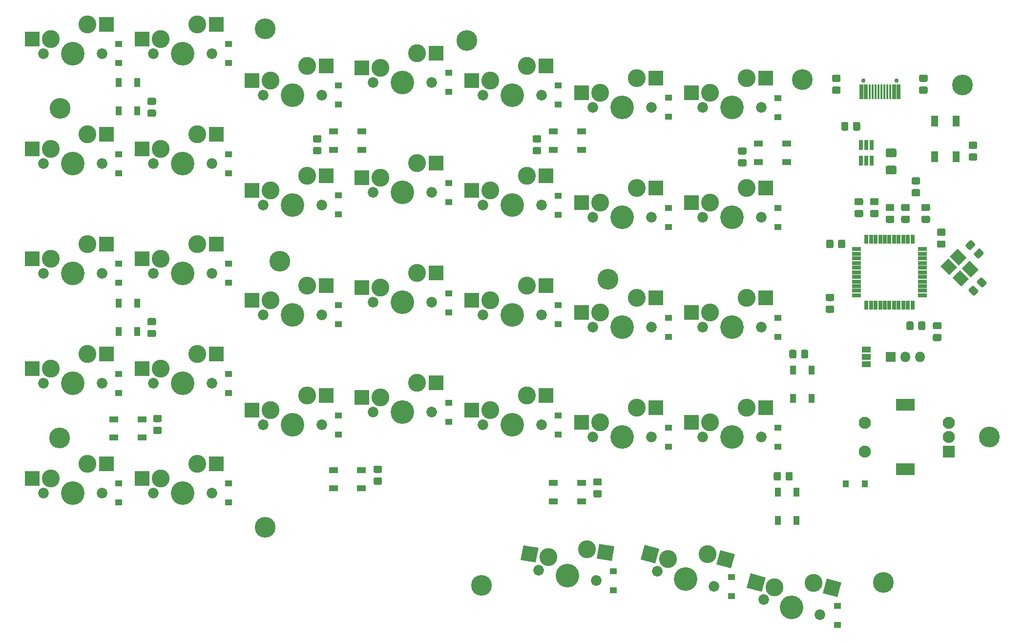
<source format=gbs>
G04 #@! TF.GenerationSoftware,KiCad,Pcbnew,(5.1.6)-1*
G04 #@! TF.CreationDate,2020-08-03T21:44:11+03:00*
G04 #@! TF.ProjectId,ergo33,6572676f-3333-42e6-9b69-6361645f7063,rev?*
G04 #@! TF.SameCoordinates,Original*
G04 #@! TF.FileFunction,Soldermask,Bot*
G04 #@! TF.FilePolarity,Negative*
%FSLAX46Y46*%
G04 Gerber Fmt 4.6, Leading zero omitted, Abs format (unit mm)*
G04 Created by KiCad (PCBNEW (5.1.6)-1) date 2020-08-03 21:44:11*
%MOMM*%
%LPD*%
G01*
G04 APERTURE LIST*
%ADD10R,1.600000X1.100000*%
%ADD11C,3.600000*%
%ADD12C,0.100000*%
%ADD13R,0.750000X1.660000*%
%ADD14R,0.700000X2.550000*%
%ADD15R,0.400000X2.550000*%
%ADD16C,0.750000*%
%ADD17C,3.100000*%
%ADD18C,4.087800*%
%ADD19C,1.850000*%
%ADD20R,2.650000X2.600000*%
%ADD21C,2.100000*%
%ADD22R,3.300000X2.100000*%
%ADD23R,2.100000X2.100000*%
%ADD24R,0.650000X1.600000*%
%ADD25R,1.600000X0.650000*%
%ADD26R,1.200000X1.900000*%
%ADD27R,1.100000X1.600000*%
%ADD28R,1.800000X1.800000*%
%ADD29O,1.800000X1.800000*%
%ADD30R,1.000000X1.300000*%
%ADD31R,1.300000X1.000000*%
G04 APERTURE END LIST*
G36*
G01*
X183678262Y-76100000D02*
X182721738Y-76100000D01*
G75*
G02*
X182450000Y-75828262I0J271738D01*
G01*
X182450000Y-75121738D01*
G75*
G02*
X182721738Y-74850000I271738J0D01*
G01*
X183678262Y-74850000D01*
G75*
G02*
X183950000Y-75121738I0J-271738D01*
G01*
X183950000Y-75828262D01*
G75*
G02*
X183678262Y-76100000I-271738J0D01*
G01*
G37*
G36*
G01*
X183678262Y-78150000D02*
X182721738Y-78150000D01*
G75*
G02*
X182450000Y-77878262I0J271738D01*
G01*
X182450000Y-77171738D01*
G75*
G02*
X182721738Y-76900000I271738J0D01*
G01*
X183678262Y-76900000D01*
G75*
G02*
X183950000Y-77171738I0J-271738D01*
G01*
X183950000Y-77878262D01*
G75*
G02*
X183678262Y-78150000I-271738J0D01*
G01*
G37*
G36*
G01*
X179978262Y-51000000D02*
X179021738Y-51000000D01*
G75*
G02*
X178750000Y-50728262I0J271738D01*
G01*
X178750000Y-50021738D01*
G75*
G02*
X179021738Y-49750000I271738J0D01*
G01*
X179978262Y-49750000D01*
G75*
G02*
X180250000Y-50021738I0J-271738D01*
G01*
X180250000Y-50728262D01*
G75*
G02*
X179978262Y-51000000I-271738J0D01*
G01*
G37*
G36*
G01*
X179978262Y-53050000D02*
X179021738Y-53050000D01*
G75*
G02*
X178750000Y-52778262I0J271738D01*
G01*
X178750000Y-52071738D01*
G75*
G02*
X179021738Y-51800000I271738J0D01*
G01*
X179978262Y-51800000D01*
G75*
G02*
X180250000Y-52071738I0J-271738D01*
G01*
X180250000Y-52778262D01*
G75*
G02*
X179978262Y-53050000I-271738J0D01*
G01*
G37*
D10*
X170900000Y-79600000D03*
X170900000Y-80900000D03*
X170900000Y-82200000D03*
D11*
X159800000Y-32800000D03*
X126100000Y-67400000D03*
X101600000Y-26000000D03*
X66700000Y-24000000D03*
X69200000Y-64300000D03*
X31100000Y-37800000D03*
X31050000Y-94950000D03*
X66700000Y-110400000D03*
X104200000Y-120500000D03*
X173900000Y-120000000D03*
X192250000Y-94790000D03*
X187600000Y-33700000D03*
D12*
G36*
X188709431Y-67364314D02*
G01*
X187365928Y-68707817D01*
X185810293Y-67152182D01*
X187153796Y-65808679D01*
X188709431Y-67364314D01*
G37*
G36*
X186658821Y-65313704D02*
G01*
X185315318Y-66657207D01*
X183759683Y-65101572D01*
X185103186Y-63758069D01*
X186658821Y-65313704D01*
G37*
G36*
X188285167Y-63687358D02*
G01*
X186941664Y-65030861D01*
X185386029Y-63475226D01*
X186729532Y-62131723D01*
X188285167Y-63687358D01*
G37*
G36*
X190335777Y-65737968D02*
G01*
X188992274Y-67081471D01*
X187436639Y-65525836D01*
X188780142Y-64182333D01*
X190335777Y-65737968D01*
G37*
G36*
G01*
X174542544Y-47725000D02*
X175857456Y-47725000D01*
G75*
G02*
X176125000Y-47992544I0J-267544D01*
G01*
X176125000Y-48982456D01*
G75*
G02*
X175857456Y-49250000I-267544J0D01*
G01*
X174542544Y-49250000D01*
G75*
G02*
X174275000Y-48982456I0J267544D01*
G01*
X174275000Y-47992544D01*
G75*
G02*
X174542544Y-47725000I267544J0D01*
G01*
G37*
G36*
G01*
X174542544Y-44750000D02*
X175857456Y-44750000D01*
G75*
G02*
X176125000Y-45017544I0J-267544D01*
G01*
X176125000Y-46007456D01*
G75*
G02*
X175857456Y-46275000I-267544J0D01*
G01*
X174542544Y-46275000D01*
G75*
G02*
X174275000Y-46007456I0J267544D01*
G01*
X174275000Y-45017544D01*
G75*
G02*
X174542544Y-44750000I267544J0D01*
G01*
G37*
G36*
G01*
X181278262Y-33200000D02*
X180321738Y-33200000D01*
G75*
G02*
X180050000Y-32928262I0J271738D01*
G01*
X180050000Y-32221738D01*
G75*
G02*
X180321738Y-31950000I271738J0D01*
G01*
X181278262Y-31950000D01*
G75*
G02*
X181550000Y-32221738I0J-271738D01*
G01*
X181550000Y-32928262D01*
G75*
G02*
X181278262Y-33200000I-271738J0D01*
G01*
G37*
G36*
G01*
X181278262Y-35250000D02*
X180321738Y-35250000D01*
G75*
G02*
X180050000Y-34978262I0J271738D01*
G01*
X180050000Y-34271738D01*
G75*
G02*
X180321738Y-34000000I271738J0D01*
G01*
X181278262Y-34000000D01*
G75*
G02*
X181550000Y-34271738I0J-271738D01*
G01*
X181550000Y-34978262D01*
G75*
G02*
X181278262Y-35250000I-271738J0D01*
G01*
G37*
G36*
G01*
X166178262Y-33200000D02*
X165221738Y-33200000D01*
G75*
G02*
X164950000Y-32928262I0J271738D01*
G01*
X164950000Y-32221738D01*
G75*
G02*
X165221738Y-31950000I271738J0D01*
G01*
X166178262Y-31950000D01*
G75*
G02*
X166450000Y-32221738I0J-271738D01*
G01*
X166450000Y-32928262D01*
G75*
G02*
X166178262Y-33200000I-271738J0D01*
G01*
G37*
G36*
G01*
X166178262Y-35250000D02*
X165221738Y-35250000D01*
G75*
G02*
X164950000Y-34978262I0J271738D01*
G01*
X164950000Y-34271738D01*
G75*
G02*
X165221738Y-34000000I271738J0D01*
G01*
X166178262Y-34000000D01*
G75*
G02*
X166450000Y-34271738I0J-271738D01*
G01*
X166450000Y-34978262D01*
G75*
G02*
X166178262Y-35250000I-271738J0D01*
G01*
G37*
G36*
G01*
X164121738Y-72000000D02*
X165078262Y-72000000D01*
G75*
G02*
X165350000Y-72271738I0J-271738D01*
G01*
X165350000Y-72978262D01*
G75*
G02*
X165078262Y-73250000I-271738J0D01*
G01*
X164121738Y-73250000D01*
G75*
G02*
X163850000Y-72978262I0J271738D01*
G01*
X163850000Y-72271738D01*
G75*
G02*
X164121738Y-72000000I271738J0D01*
G01*
G37*
G36*
G01*
X164121738Y-69950000D02*
X165078262Y-69950000D01*
G75*
G02*
X165350000Y-70221738I0J-271738D01*
G01*
X165350000Y-70928262D01*
G75*
G02*
X165078262Y-71200000I-271738J0D01*
G01*
X164121738Y-71200000D01*
G75*
G02*
X163850000Y-70928262I0J271738D01*
G01*
X163850000Y-70221738D01*
G75*
G02*
X164121738Y-69950000I271738J0D01*
G01*
G37*
G36*
G01*
X172778262Y-54600000D02*
X171821738Y-54600000D01*
G75*
G02*
X171550000Y-54328262I0J271738D01*
G01*
X171550000Y-53621738D01*
G75*
G02*
X171821738Y-53350000I271738J0D01*
G01*
X172778262Y-53350000D01*
G75*
G02*
X173050000Y-53621738I0J-271738D01*
G01*
X173050000Y-54328262D01*
G75*
G02*
X172778262Y-54600000I-271738J0D01*
G01*
G37*
G36*
G01*
X172778262Y-56650000D02*
X171821738Y-56650000D01*
G75*
G02*
X171550000Y-56378262I0J271738D01*
G01*
X171550000Y-55671738D01*
G75*
G02*
X171821738Y-55400000I271738J0D01*
G01*
X172778262Y-55400000D01*
G75*
G02*
X173050000Y-55671738I0J-271738D01*
G01*
X173050000Y-56378262D01*
G75*
G02*
X172778262Y-56650000I-271738J0D01*
G01*
G37*
G36*
G01*
X170078262Y-54600000D02*
X169121738Y-54600000D01*
G75*
G02*
X168850000Y-54328262I0J271738D01*
G01*
X168850000Y-53621738D01*
G75*
G02*
X169121738Y-53350000I271738J0D01*
G01*
X170078262Y-53350000D01*
G75*
G02*
X170350000Y-53621738I0J-271738D01*
G01*
X170350000Y-54328262D01*
G75*
G02*
X170078262Y-54600000I-271738J0D01*
G01*
G37*
G36*
G01*
X170078262Y-56650000D02*
X169121738Y-56650000D01*
G75*
G02*
X168850000Y-56378262I0J271738D01*
G01*
X168850000Y-55671738D01*
G75*
G02*
X169121738Y-55400000I271738J0D01*
G01*
X170078262Y-55400000D01*
G75*
G02*
X170350000Y-55671738I0J-271738D01*
G01*
X170350000Y-56378262D01*
G75*
G02*
X170078262Y-56650000I-271738J0D01*
G01*
G37*
G36*
G01*
X181678262Y-55600000D02*
X180721738Y-55600000D01*
G75*
G02*
X180450000Y-55328262I0J271738D01*
G01*
X180450000Y-54621738D01*
G75*
G02*
X180721738Y-54350000I271738J0D01*
G01*
X181678262Y-54350000D01*
G75*
G02*
X181950000Y-54621738I0J-271738D01*
G01*
X181950000Y-55328262D01*
G75*
G02*
X181678262Y-55600000I-271738J0D01*
G01*
G37*
G36*
G01*
X181678262Y-57650000D02*
X180721738Y-57650000D01*
G75*
G02*
X180450000Y-57378262I0J271738D01*
G01*
X180450000Y-56671738D01*
G75*
G02*
X180721738Y-56400000I271738J0D01*
G01*
X181678262Y-56400000D01*
G75*
G02*
X181950000Y-56671738I0J-271738D01*
G01*
X181950000Y-57378262D01*
G75*
G02*
X181678262Y-57650000I-271738J0D01*
G01*
G37*
G36*
G01*
X148921738Y-46600000D02*
X149878262Y-46600000D01*
G75*
G02*
X150150000Y-46871738I0J-271738D01*
G01*
X150150000Y-47578262D01*
G75*
G02*
X149878262Y-47850000I-271738J0D01*
G01*
X148921738Y-47850000D01*
G75*
G02*
X148650000Y-47578262I0J271738D01*
G01*
X148650000Y-46871738D01*
G75*
G02*
X148921738Y-46600000I271738J0D01*
G01*
G37*
G36*
G01*
X148921738Y-44550000D02*
X149878262Y-44550000D01*
G75*
G02*
X150150000Y-44821738I0J-271738D01*
G01*
X150150000Y-45528262D01*
G75*
G02*
X149878262Y-45800000I-271738J0D01*
G01*
X148921738Y-45800000D01*
G75*
G02*
X148650000Y-45528262I0J271738D01*
G01*
X148650000Y-44821738D01*
G75*
G02*
X148921738Y-44550000I271738J0D01*
G01*
G37*
G36*
G01*
X168600000Y-41378262D02*
X168600000Y-40421738D01*
G75*
G02*
X168871738Y-40150000I271738J0D01*
G01*
X169578262Y-40150000D01*
G75*
G02*
X169850000Y-40421738I0J-271738D01*
G01*
X169850000Y-41378262D01*
G75*
G02*
X169578262Y-41650000I-271738J0D01*
G01*
X168871738Y-41650000D01*
G75*
G02*
X168600000Y-41378262I0J271738D01*
G01*
G37*
G36*
G01*
X166550000Y-41378262D02*
X166550000Y-40421738D01*
G75*
G02*
X166821738Y-40150000I271738J0D01*
G01*
X167528262Y-40150000D01*
G75*
G02*
X167800000Y-40421738I0J-271738D01*
G01*
X167800000Y-41378262D01*
G75*
G02*
X167528262Y-41650000I-271738J0D01*
G01*
X166821738Y-41650000D01*
G75*
G02*
X166550000Y-41378262I0J271738D01*
G01*
G37*
G36*
G01*
X189878262Y-44800000D02*
X188921738Y-44800000D01*
G75*
G02*
X188650000Y-44528262I0J271738D01*
G01*
X188650000Y-43821738D01*
G75*
G02*
X188921738Y-43550000I271738J0D01*
G01*
X189878262Y-43550000D01*
G75*
G02*
X190150000Y-43821738I0J-271738D01*
G01*
X190150000Y-44528262D01*
G75*
G02*
X189878262Y-44800000I-271738J0D01*
G01*
G37*
G36*
G01*
X189878262Y-46850000D02*
X188921738Y-46850000D01*
G75*
G02*
X188650000Y-46578262I0J271738D01*
G01*
X188650000Y-45871738D01*
G75*
G02*
X188921738Y-45600000I271738J0D01*
G01*
X189878262Y-45600000D01*
G75*
G02*
X190150000Y-45871738I0J-271738D01*
G01*
X190150000Y-46578262D01*
G75*
G02*
X189878262Y-46850000I-271738J0D01*
G01*
G37*
G36*
G01*
X175478262Y-55600000D02*
X174521738Y-55600000D01*
G75*
G02*
X174250000Y-55328262I0J271738D01*
G01*
X174250000Y-54621738D01*
G75*
G02*
X174521738Y-54350000I271738J0D01*
G01*
X175478262Y-54350000D01*
G75*
G02*
X175750000Y-54621738I0J-271738D01*
G01*
X175750000Y-55328262D01*
G75*
G02*
X175478262Y-55600000I-271738J0D01*
G01*
G37*
G36*
G01*
X175478262Y-57650000D02*
X174521738Y-57650000D01*
G75*
G02*
X174250000Y-57378262I0J271738D01*
G01*
X174250000Y-56671738D01*
G75*
G02*
X174521738Y-56400000I271738J0D01*
G01*
X175478262Y-56400000D01*
G75*
G02*
X175750000Y-56671738I0J-271738D01*
G01*
X175750000Y-57378262D01*
G75*
G02*
X175478262Y-57650000I-271738J0D01*
G01*
G37*
G36*
G01*
X165200000Y-60821738D02*
X165200000Y-61778262D01*
G75*
G02*
X164928262Y-62050000I-271738J0D01*
G01*
X164221738Y-62050000D01*
G75*
G02*
X163950000Y-61778262I0J271738D01*
G01*
X163950000Y-60821738D01*
G75*
G02*
X164221738Y-60550000I271738J0D01*
G01*
X164928262Y-60550000D01*
G75*
G02*
X165200000Y-60821738I0J-271738D01*
G01*
G37*
G36*
G01*
X167250000Y-60821738D02*
X167250000Y-61778262D01*
G75*
G02*
X166978262Y-62050000I-271738J0D01*
G01*
X166271738Y-62050000D01*
G75*
G02*
X166000000Y-61778262I0J271738D01*
G01*
X166000000Y-60821738D01*
G75*
G02*
X166271738Y-60550000I271738J0D01*
G01*
X166978262Y-60550000D01*
G75*
G02*
X167250000Y-60821738I0J-271738D01*
G01*
G37*
G36*
G01*
X178178262Y-55600000D02*
X177221738Y-55600000D01*
G75*
G02*
X176950000Y-55328262I0J271738D01*
G01*
X176950000Y-54621738D01*
G75*
G02*
X177221738Y-54350000I271738J0D01*
G01*
X178178262Y-54350000D01*
G75*
G02*
X178450000Y-54621738I0J-271738D01*
G01*
X178450000Y-55328262D01*
G75*
G02*
X178178262Y-55600000I-271738J0D01*
G01*
G37*
G36*
G01*
X178178262Y-57650000D02*
X177221738Y-57650000D01*
G75*
G02*
X176950000Y-57378262I0J271738D01*
G01*
X176950000Y-56671738D01*
G75*
G02*
X177221738Y-56400000I271738J0D01*
G01*
X178178262Y-56400000D01*
G75*
G02*
X178450000Y-56671738I0J-271738D01*
G01*
X178450000Y-57378262D01*
G75*
G02*
X178178262Y-57650000I-271738J0D01*
G01*
G37*
G36*
G01*
X158800000Y-79921738D02*
X158800000Y-80878262D01*
G75*
G02*
X158528262Y-81150000I-271738J0D01*
G01*
X157821738Y-81150000D01*
G75*
G02*
X157550000Y-80878262I0J271738D01*
G01*
X157550000Y-79921738D01*
G75*
G02*
X157821738Y-79650000I271738J0D01*
G01*
X158528262Y-79650000D01*
G75*
G02*
X158800000Y-79921738I0J-271738D01*
G01*
G37*
G36*
G01*
X160850000Y-79921738D02*
X160850000Y-80878262D01*
G75*
G02*
X160578262Y-81150000I-271738J0D01*
G01*
X159871738Y-81150000D01*
G75*
G02*
X159600000Y-80878262I0J271738D01*
G01*
X159600000Y-79921738D01*
G75*
G02*
X159871738Y-79650000I271738J0D01*
G01*
X160578262Y-79650000D01*
G75*
G02*
X160850000Y-79921738I0J-271738D01*
G01*
G37*
G36*
G01*
X156100000Y-101121738D02*
X156100000Y-102078262D01*
G75*
G02*
X155828262Y-102350000I-271738J0D01*
G01*
X155121738Y-102350000D01*
G75*
G02*
X154850000Y-102078262I0J271738D01*
G01*
X154850000Y-101121738D01*
G75*
G02*
X155121738Y-100850000I271738J0D01*
G01*
X155828262Y-100850000D01*
G75*
G02*
X156100000Y-101121738I0J-271738D01*
G01*
G37*
G36*
G01*
X158150000Y-101121738D02*
X158150000Y-102078262D01*
G75*
G02*
X157878262Y-102350000I-271738J0D01*
G01*
X157171738Y-102350000D01*
G75*
G02*
X156900000Y-102078262I0J271738D01*
G01*
X156900000Y-101121738D01*
G75*
G02*
X157171738Y-100850000I271738J0D01*
G01*
X157878262Y-100850000D01*
G75*
G02*
X158150000Y-101121738I0J-271738D01*
G01*
G37*
G36*
G01*
X124778262Y-103200000D02*
X123821738Y-103200000D01*
G75*
G02*
X123550000Y-102928262I0J271738D01*
G01*
X123550000Y-102221738D01*
G75*
G02*
X123821738Y-101950000I271738J0D01*
G01*
X124778262Y-101950000D01*
G75*
G02*
X125050000Y-102221738I0J-271738D01*
G01*
X125050000Y-102928262D01*
G75*
G02*
X124778262Y-103200000I-271738J0D01*
G01*
G37*
G36*
G01*
X124778262Y-105250000D02*
X123821738Y-105250000D01*
G75*
G02*
X123550000Y-104978262I0J271738D01*
G01*
X123550000Y-104271738D01*
G75*
G02*
X123821738Y-104000000I271738J0D01*
G01*
X124778262Y-104000000D01*
G75*
G02*
X125050000Y-104271738I0J-271738D01*
G01*
X125050000Y-104978262D01*
G75*
G02*
X124778262Y-105250000I-271738J0D01*
G01*
G37*
G36*
G01*
X86678262Y-101000000D02*
X85721738Y-101000000D01*
G75*
G02*
X85450000Y-100728262I0J271738D01*
G01*
X85450000Y-100021738D01*
G75*
G02*
X85721738Y-99750000I271738J0D01*
G01*
X86678262Y-99750000D01*
G75*
G02*
X86950000Y-100021738I0J-271738D01*
G01*
X86950000Y-100728262D01*
G75*
G02*
X86678262Y-101000000I-271738J0D01*
G01*
G37*
G36*
G01*
X86678262Y-103050000D02*
X85721738Y-103050000D01*
G75*
G02*
X85450000Y-102778262I0J271738D01*
G01*
X85450000Y-102071738D01*
G75*
G02*
X85721738Y-101800000I271738J0D01*
G01*
X86678262Y-101800000D01*
G75*
G02*
X86950000Y-102071738I0J-271738D01*
G01*
X86950000Y-102778262D01*
G75*
G02*
X86678262Y-103050000I-271738J0D01*
G01*
G37*
G36*
G01*
X48478262Y-92200000D02*
X47521738Y-92200000D01*
G75*
G02*
X47250000Y-91928262I0J271738D01*
G01*
X47250000Y-91221738D01*
G75*
G02*
X47521738Y-90950000I271738J0D01*
G01*
X48478262Y-90950000D01*
G75*
G02*
X48750000Y-91221738I0J-271738D01*
G01*
X48750000Y-91928262D01*
G75*
G02*
X48478262Y-92200000I-271738J0D01*
G01*
G37*
G36*
G01*
X48478262Y-94250000D02*
X47521738Y-94250000D01*
G75*
G02*
X47250000Y-93978262I0J271738D01*
G01*
X47250000Y-93271738D01*
G75*
G02*
X47521738Y-93000000I271738J0D01*
G01*
X48478262Y-93000000D01*
G75*
G02*
X48750000Y-93271738I0J-271738D01*
G01*
X48750000Y-93978262D01*
G75*
G02*
X48478262Y-94250000I-271738J0D01*
G01*
G37*
G36*
G01*
X46521738Y-76200000D02*
X47478262Y-76200000D01*
G75*
G02*
X47750000Y-76471738I0J-271738D01*
G01*
X47750000Y-77178262D01*
G75*
G02*
X47478262Y-77450000I-271738J0D01*
G01*
X46521738Y-77450000D01*
G75*
G02*
X46250000Y-77178262I0J271738D01*
G01*
X46250000Y-76471738D01*
G75*
G02*
X46521738Y-76200000I271738J0D01*
G01*
G37*
G36*
G01*
X46521738Y-74150000D02*
X47478262Y-74150000D01*
G75*
G02*
X47750000Y-74421738I0J-271738D01*
G01*
X47750000Y-75128262D01*
G75*
G02*
X47478262Y-75400000I-271738J0D01*
G01*
X46521738Y-75400000D01*
G75*
G02*
X46250000Y-75128262I0J271738D01*
G01*
X46250000Y-74421738D01*
G75*
G02*
X46521738Y-74150000I271738J0D01*
G01*
G37*
G36*
G01*
X46521738Y-38000000D02*
X47478262Y-38000000D01*
G75*
G02*
X47750000Y-38271738I0J-271738D01*
G01*
X47750000Y-38978262D01*
G75*
G02*
X47478262Y-39250000I-271738J0D01*
G01*
X46521738Y-39250000D01*
G75*
G02*
X46250000Y-38978262I0J271738D01*
G01*
X46250000Y-38271738D01*
G75*
G02*
X46521738Y-38000000I271738J0D01*
G01*
G37*
G36*
G01*
X46521738Y-35950000D02*
X47478262Y-35950000D01*
G75*
G02*
X47750000Y-36221738I0J-271738D01*
G01*
X47750000Y-36928262D01*
G75*
G02*
X47478262Y-37200000I-271738J0D01*
G01*
X46521738Y-37200000D01*
G75*
G02*
X46250000Y-36928262I0J271738D01*
G01*
X46250000Y-36221738D01*
G75*
G02*
X46521738Y-35950000I271738J0D01*
G01*
G37*
G36*
G01*
X75221738Y-44500000D02*
X76178262Y-44500000D01*
G75*
G02*
X76450000Y-44771738I0J-271738D01*
G01*
X76450000Y-45478262D01*
G75*
G02*
X76178262Y-45750000I-271738J0D01*
G01*
X75221738Y-45750000D01*
G75*
G02*
X74950000Y-45478262I0J271738D01*
G01*
X74950000Y-44771738D01*
G75*
G02*
X75221738Y-44500000I271738J0D01*
G01*
G37*
G36*
G01*
X75221738Y-42450000D02*
X76178262Y-42450000D01*
G75*
G02*
X76450000Y-42721738I0J-271738D01*
G01*
X76450000Y-43428262D01*
G75*
G02*
X76178262Y-43700000I-271738J0D01*
G01*
X75221738Y-43700000D01*
G75*
G02*
X74950000Y-43428262I0J271738D01*
G01*
X74950000Y-42721738D01*
G75*
G02*
X75221738Y-42450000I271738J0D01*
G01*
G37*
G36*
G01*
X113321738Y-44500000D02*
X114278262Y-44500000D01*
G75*
G02*
X114550000Y-44771738I0J-271738D01*
G01*
X114550000Y-45478262D01*
G75*
G02*
X114278262Y-45750000I-271738J0D01*
G01*
X113321738Y-45750000D01*
G75*
G02*
X113050000Y-45478262I0J271738D01*
G01*
X113050000Y-44771738D01*
G75*
G02*
X113321738Y-44500000I271738J0D01*
G01*
G37*
G36*
G01*
X113321738Y-42450000D02*
X114278262Y-42450000D01*
G75*
G02*
X114550000Y-42721738I0J-271738D01*
G01*
X114550000Y-43428262D01*
G75*
G02*
X114278262Y-43700000I-271738J0D01*
G01*
X113321738Y-43700000D01*
G75*
G02*
X113050000Y-43428262I0J271738D01*
G01*
X113050000Y-42721738D01*
G75*
G02*
X113321738Y-42450000I271738J0D01*
G01*
G37*
G36*
G01*
X179900000Y-75978262D02*
X179900000Y-75021738D01*
G75*
G02*
X180171738Y-74750000I271738J0D01*
G01*
X180878262Y-74750000D01*
G75*
G02*
X181150000Y-75021738I0J-271738D01*
G01*
X181150000Y-75978262D01*
G75*
G02*
X180878262Y-76250000I-271738J0D01*
G01*
X180171738Y-76250000D01*
G75*
G02*
X179900000Y-75978262I0J271738D01*
G01*
G37*
G36*
G01*
X177850000Y-75978262D02*
X177850000Y-75021738D01*
G75*
G02*
X178121738Y-74750000I271738J0D01*
G01*
X178828262Y-74750000D01*
G75*
G02*
X179100000Y-75021738I0J-271738D01*
G01*
X179100000Y-75978262D01*
G75*
G02*
X178828262Y-76250000I-271738J0D01*
G01*
X178121738Y-76250000D01*
G75*
G02*
X177850000Y-75978262I0J271738D01*
G01*
G37*
G36*
G01*
X184378262Y-59900000D02*
X183421738Y-59900000D01*
G75*
G02*
X183150000Y-59628262I0J271738D01*
G01*
X183150000Y-58921738D01*
G75*
G02*
X183421738Y-58650000I271738J0D01*
G01*
X184378262Y-58650000D01*
G75*
G02*
X184650000Y-58921738I0J-271738D01*
G01*
X184650000Y-59628262D01*
G75*
G02*
X184378262Y-59900000I-271738J0D01*
G01*
G37*
G36*
G01*
X184378262Y-61950000D02*
X183421738Y-61950000D01*
G75*
G02*
X183150000Y-61678262I0J271738D01*
G01*
X183150000Y-60971738D01*
G75*
G02*
X183421738Y-60700000I271738J0D01*
G01*
X184378262Y-60700000D01*
G75*
G02*
X184650000Y-60971738I0J-271738D01*
G01*
X184650000Y-61678262D01*
G75*
G02*
X184378262Y-61950000I-271738J0D01*
G01*
G37*
G36*
G01*
X191180124Y-63053327D02*
X190503760Y-63729692D01*
G75*
G02*
X190119464Y-63729692I-192148J192148D01*
G01*
X189619876Y-63230104D01*
G75*
G02*
X189619876Y-62845808I192148J192148D01*
G01*
X190296240Y-62169444D01*
G75*
G02*
X190680536Y-62169444I192148J-192148D01*
G01*
X191180124Y-62669032D01*
G75*
G02*
X191180124Y-63053328I-192148J-192148D01*
G01*
G37*
G36*
G01*
X189730556Y-61603759D02*
X189054192Y-62280124D01*
G75*
G02*
X188669896Y-62280124I-192148J192148D01*
G01*
X188170308Y-61780536D01*
G75*
G02*
X188170308Y-61396240I192148J192148D01*
G01*
X188846672Y-60719876D01*
G75*
G02*
X189230968Y-60719876I192148J-192148D01*
G01*
X189730556Y-61219464D01*
G75*
G02*
X189730556Y-61603760I-192148J-192148D01*
G01*
G37*
G36*
G01*
X191028543Y-67195092D02*
X191704908Y-67871456D01*
G75*
G02*
X191704908Y-68255752I-192148J-192148D01*
G01*
X191205320Y-68755340D01*
G75*
G02*
X190821024Y-68755340I-192148J192148D01*
G01*
X190144660Y-68078976D01*
G75*
G02*
X190144660Y-67694680I192148J192148D01*
G01*
X190644248Y-67195092D01*
G75*
G02*
X191028544Y-67195092I192148J-192148D01*
G01*
G37*
G36*
G01*
X189578975Y-68644660D02*
X190255340Y-69321024D01*
G75*
G02*
X190255340Y-69705320I-192148J-192148D01*
G01*
X189755752Y-70204908D01*
G75*
G02*
X189371456Y-70204908I-192148J192148D01*
G01*
X188695092Y-69528544D01*
G75*
G02*
X188695092Y-69144248I192148J192148D01*
G01*
X189194680Y-68644660D01*
G75*
G02*
X189578976Y-68644660I192148J-192148D01*
G01*
G37*
D13*
X170900000Y-44150000D03*
X171850000Y-44150000D03*
X169950000Y-44150000D03*
X169950000Y-46850000D03*
X170900000Y-46850000D03*
X171850000Y-46850000D03*
D14*
X176479999Y-34895000D03*
X170029999Y-34895000D03*
X175704999Y-34895000D03*
X170804999Y-34895000D03*
D15*
X171504999Y-34895000D03*
X175004999Y-34895000D03*
X172004999Y-34895000D03*
X174504999Y-34895000D03*
X172504999Y-34895000D03*
X174004999Y-34895000D03*
X173504999Y-34895000D03*
X173004999Y-34895000D03*
D16*
X176144999Y-32950000D03*
X170364999Y-32950000D03*
D17*
X150177500Y-51607500D03*
D18*
X147637500Y-56687500D03*
D17*
X143827500Y-54147500D03*
D19*
X142557500Y-56687500D03*
X152717500Y-56687500D03*
D20*
X140552500Y-54147500D03*
X153479500Y-51607500D03*
D17*
X54927500Y-42257500D03*
D18*
X52387500Y-47337500D03*
D17*
X48577500Y-44797500D03*
D19*
X47307500Y-47337500D03*
X57467500Y-47337500D03*
D20*
X45302500Y-44797500D03*
X58229500Y-42257500D03*
D17*
X112077500Y-49457500D03*
D18*
X109537500Y-54537500D03*
D17*
X105727500Y-51997500D03*
D19*
X104457500Y-54537500D03*
X114617500Y-54537500D03*
D20*
X102452500Y-51997500D03*
X115379500Y-49457500D03*
D17*
X73977500Y-68507500D03*
D18*
X71437500Y-73587500D03*
D17*
X67627500Y-71047500D03*
D19*
X66357500Y-73587500D03*
X76517500Y-73587500D03*
D20*
X64352500Y-71047500D03*
X77279500Y-68507500D03*
D21*
X170667500Y-92291250D03*
X170667500Y-97291250D03*
D22*
X177667500Y-89191250D03*
X177667500Y-100391250D03*
D21*
X185167500Y-92291250D03*
X185167500Y-94791250D03*
D23*
X185167500Y-97291250D03*
D24*
X170912500Y-60511250D03*
X171712500Y-60511250D03*
X172512500Y-60511250D03*
X173312500Y-60511250D03*
X174112500Y-60511250D03*
X174912500Y-60511250D03*
X175712500Y-60511250D03*
X176512500Y-60511250D03*
X177312500Y-60511250D03*
X178112500Y-60511250D03*
X178912500Y-60511250D03*
D25*
X180612500Y-62211250D03*
X180612500Y-63011250D03*
X180612500Y-63811250D03*
X180612500Y-64611250D03*
X180612500Y-65411250D03*
X180612500Y-66211250D03*
X180612500Y-67011250D03*
X180612500Y-67811250D03*
X180612500Y-68611250D03*
X180612500Y-69411250D03*
X180612500Y-70211250D03*
D24*
X178912500Y-71911250D03*
X178112500Y-71911250D03*
X177312500Y-71911250D03*
X176512500Y-71911250D03*
X175712500Y-71911250D03*
X174912500Y-71911250D03*
X174112500Y-71911250D03*
X173312500Y-71911250D03*
X172512500Y-71911250D03*
X171712500Y-71911250D03*
X170912500Y-71911250D03*
D25*
X169212500Y-70211250D03*
X169212500Y-69411250D03*
X169212500Y-68611250D03*
X169212500Y-67811250D03*
X169212500Y-67011250D03*
X169212500Y-66211250D03*
X169212500Y-65411250D03*
X169212500Y-64611250D03*
X169212500Y-63811250D03*
X169212500Y-63011250D03*
X169212500Y-62211250D03*
D26*
X182750000Y-40000000D03*
X186450000Y-46200000D03*
X186450000Y-40000000D03*
X182750000Y-46200000D03*
D17*
X161752002Y-120069247D03*
D18*
X157983750Y-124318750D03*
D17*
X154960973Y-120879198D03*
D19*
X153076847Y-123003949D03*
X162890653Y-125633551D03*
D12*
G36*
X150181250Y-120944333D02*
G01*
X150854179Y-118432926D01*
X153413882Y-119118797D01*
X152740953Y-121630204D01*
X150181250Y-120944333D01*
G37*
G36*
X163325173Y-121836636D02*
G01*
X163998102Y-119325229D01*
X166557805Y-120011100D01*
X165884876Y-122522507D01*
X163325173Y-121836636D01*
G37*
D17*
X143352002Y-115137997D03*
D18*
X139583750Y-119387500D03*
D17*
X136560973Y-115947948D03*
D19*
X134676847Y-118072699D03*
X144490653Y-120702301D03*
D12*
G36*
X131781250Y-116013083D02*
G01*
X132454179Y-113501676D01*
X135013882Y-114187547D01*
X134340953Y-116698954D01*
X131781250Y-116013083D01*
G37*
G36*
X144925173Y-116905386D02*
G01*
X145598102Y-114393979D01*
X148157805Y-115079850D01*
X147484876Y-117591257D01*
X144925173Y-116905386D01*
G37*
D17*
X122446044Y-114225743D03*
D18*
X119062500Y-118787500D03*
D17*
X115751449Y-115624489D03*
D19*
X114059677Y-117905367D03*
X124065323Y-119669633D03*
D12*
G36*
X110995590Y-116105957D02*
G01*
X111447075Y-113545457D01*
X114056816Y-114005625D01*
X113605331Y-116566125D01*
X110995590Y-116105957D01*
G37*
G36*
X124167267Y-115849295D02*
G01*
X124618752Y-113288795D01*
X127228493Y-113748963D01*
X126777008Y-116309463D01*
X124167267Y-115849295D01*
G37*
D17*
X54927500Y-99407500D03*
D18*
X52387500Y-104487500D03*
D17*
X48577500Y-101947500D03*
D19*
X47307500Y-104487500D03*
X57467500Y-104487500D03*
D20*
X45302500Y-101947500D03*
X58229500Y-99407500D03*
D17*
X35877500Y-99407500D03*
D18*
X33337500Y-104487500D03*
D17*
X29527500Y-101947500D03*
D19*
X28257500Y-104487500D03*
X38417500Y-104487500D03*
D20*
X26252500Y-101947500D03*
X39179500Y-99407500D03*
D17*
X150177500Y-89707500D03*
D18*
X147637500Y-94787500D03*
D17*
X143827500Y-92247500D03*
D19*
X142557500Y-94787500D03*
X152717500Y-94787500D03*
D20*
X140552500Y-92247500D03*
X153479500Y-89707500D03*
D17*
X131127500Y-89707500D03*
D18*
X128587500Y-94787500D03*
D17*
X124777500Y-92247500D03*
D19*
X123507500Y-94787500D03*
X133667500Y-94787500D03*
D20*
X121502500Y-92247500D03*
X134429500Y-89707500D03*
D17*
X112077500Y-87557500D03*
D18*
X109537500Y-92637500D03*
D17*
X105727500Y-90097500D03*
D19*
X104457500Y-92637500D03*
X114617500Y-92637500D03*
D20*
X102452500Y-90097500D03*
X115379500Y-87557500D03*
D17*
X93027500Y-85407500D03*
D18*
X90487500Y-90487500D03*
D17*
X86677500Y-87947500D03*
D19*
X85407500Y-90487500D03*
X95567500Y-90487500D03*
D20*
X83402500Y-87947500D03*
X96329500Y-85407500D03*
D17*
X73977500Y-87557500D03*
D18*
X71437500Y-92637500D03*
D17*
X67627500Y-90097500D03*
D19*
X66357500Y-92637500D03*
X76517500Y-92637500D03*
D20*
X64352500Y-90097500D03*
X77279500Y-87557500D03*
D17*
X54927500Y-80357500D03*
D18*
X52387500Y-85437500D03*
D17*
X48577500Y-82897500D03*
D19*
X47307500Y-85437500D03*
X57467500Y-85437500D03*
D20*
X45302500Y-82897500D03*
X58229500Y-80357500D03*
D17*
X35877500Y-80357500D03*
D18*
X33337500Y-85437500D03*
D17*
X29527500Y-82897500D03*
D19*
X28257500Y-85437500D03*
X38417500Y-85437500D03*
D20*
X26252500Y-82897500D03*
X39179500Y-80357500D03*
D17*
X150177500Y-70657500D03*
D18*
X147637500Y-75737500D03*
D17*
X143827500Y-73197500D03*
D19*
X142557500Y-75737500D03*
X152717500Y-75737500D03*
D20*
X140552500Y-73197500D03*
X153479500Y-70657500D03*
D17*
X131127500Y-70657500D03*
D18*
X128587500Y-75737500D03*
D17*
X124777500Y-73197500D03*
D19*
X123507500Y-75737500D03*
X133667500Y-75737500D03*
D20*
X121502500Y-73197500D03*
X134429500Y-70657500D03*
D17*
X112077500Y-68507500D03*
D18*
X109537500Y-73587500D03*
D17*
X105727500Y-71047500D03*
D19*
X104457500Y-73587500D03*
X114617500Y-73587500D03*
D20*
X102452500Y-71047500D03*
X115379500Y-68507500D03*
D17*
X93027500Y-66357500D03*
D18*
X90487500Y-71437500D03*
D17*
X86677500Y-68897500D03*
D19*
X85407500Y-71437500D03*
X95567500Y-71437500D03*
D20*
X83402500Y-68897500D03*
X96329500Y-66357500D03*
D17*
X54927500Y-61307500D03*
D18*
X52387500Y-66387500D03*
D17*
X48577500Y-63847500D03*
D19*
X47307500Y-66387500D03*
X57467500Y-66387500D03*
D20*
X45302500Y-63847500D03*
X58229500Y-61307500D03*
D17*
X35877500Y-61307500D03*
D18*
X33337500Y-66387500D03*
D17*
X29527500Y-63847500D03*
D19*
X28257500Y-66387500D03*
X38417500Y-66387500D03*
D20*
X26252500Y-63847500D03*
X39179500Y-61307500D03*
D17*
X131127500Y-51607500D03*
D18*
X128587500Y-56687500D03*
D17*
X124777500Y-54147500D03*
D19*
X123507500Y-56687500D03*
X133667500Y-56687500D03*
D20*
X121502500Y-54147500D03*
X134429500Y-51607500D03*
D17*
X93027500Y-47307500D03*
D18*
X90487500Y-52387500D03*
D17*
X86677500Y-49847500D03*
D19*
X85407500Y-52387500D03*
X95567500Y-52387500D03*
D20*
X83402500Y-49847500D03*
X96329500Y-47307500D03*
D17*
X73977500Y-49457500D03*
D18*
X71437500Y-54537500D03*
D17*
X67627500Y-51997500D03*
D19*
X66357500Y-54537500D03*
X76517500Y-54537500D03*
D20*
X64352500Y-51997500D03*
X77279500Y-49457500D03*
D17*
X35877500Y-42257500D03*
D18*
X33337500Y-47337500D03*
D17*
X29527500Y-44797500D03*
D19*
X28257500Y-47337500D03*
X38417500Y-47337500D03*
D20*
X26252500Y-44797500D03*
X39179500Y-42257500D03*
D17*
X150177500Y-32557500D03*
D18*
X147637500Y-37637500D03*
D17*
X143827500Y-35097500D03*
D19*
X142557500Y-37637500D03*
X152717500Y-37637500D03*
D20*
X140552500Y-35097500D03*
X153479500Y-32557500D03*
D17*
X131127500Y-32557500D03*
D18*
X128587500Y-37637500D03*
D17*
X124777500Y-35097500D03*
D19*
X123507500Y-37637500D03*
X133667500Y-37637500D03*
D20*
X121502500Y-35097500D03*
X134429500Y-32557500D03*
D17*
X112077500Y-30407500D03*
D18*
X109537500Y-35487500D03*
D17*
X105727500Y-32947500D03*
D19*
X104457500Y-35487500D03*
X114617500Y-35487500D03*
D20*
X102452500Y-32947500D03*
X115379500Y-30407500D03*
D17*
X93027500Y-28257500D03*
D18*
X90487500Y-33337500D03*
D17*
X86677500Y-30797500D03*
D19*
X85407500Y-33337500D03*
X95567500Y-33337500D03*
D20*
X83402500Y-30797500D03*
X96329500Y-28257500D03*
D17*
X73977500Y-30407500D03*
D18*
X71437500Y-35487500D03*
D17*
X67627500Y-32947500D03*
D19*
X66357500Y-35487500D03*
X76517500Y-35487500D03*
D20*
X64352500Y-32947500D03*
X77279500Y-30407500D03*
D17*
X54927500Y-23207500D03*
D18*
X52387500Y-28287500D03*
D17*
X48577500Y-25747500D03*
D19*
X47307500Y-28287500D03*
X57467500Y-28287500D03*
D20*
X45302500Y-25747500D03*
X58229500Y-23207500D03*
D17*
X35877500Y-23207500D03*
D18*
X33337500Y-28287500D03*
D17*
X29527500Y-25747500D03*
D19*
X28257500Y-28287500D03*
X38417500Y-28287500D03*
D20*
X26252500Y-25747500D03*
X39179500Y-23207500D03*
D27*
X158200000Y-83207000D03*
X161400000Y-83207000D03*
X158200000Y-88107000D03*
X161400000Y-88107000D03*
X155600000Y-104381250D03*
X158800000Y-104381250D03*
X155600000Y-109281250D03*
X158800000Y-109281250D03*
D10*
X121512500Y-102737500D03*
X121512500Y-105937500D03*
X116612500Y-102737500D03*
X116612500Y-105937500D03*
X83387500Y-100500000D03*
X83387500Y-103700000D03*
X78487500Y-100500000D03*
X78487500Y-103700000D03*
X45312500Y-91700000D03*
X45312500Y-94900000D03*
X40412500Y-91700000D03*
X40412500Y-94900000D03*
D27*
X44500000Y-76450000D03*
X41300000Y-76450000D03*
X44500000Y-71550000D03*
X41300000Y-71550000D03*
X44500000Y-38250000D03*
X41300000Y-38250000D03*
X44500000Y-33350000D03*
X41300000Y-33350000D03*
D10*
X78512500Y-45000000D03*
X78512500Y-41800000D03*
X83412500Y-45000000D03*
X83412500Y-41800000D03*
X116612500Y-45000000D03*
X116612500Y-41800000D03*
X121512500Y-45000000D03*
X121512500Y-41800000D03*
X152200000Y-47118750D03*
X152200000Y-43918750D03*
X157100000Y-47118750D03*
X157100000Y-43918750D03*
D28*
X175142500Y-80900000D03*
D29*
X177682500Y-80900000D03*
X180222500Y-80900000D03*
D30*
X170650000Y-102900000D03*
X167350000Y-102900000D03*
D31*
X165900000Y-124050000D03*
X165900000Y-127350000D03*
X147500000Y-119050000D03*
X147500000Y-122350000D03*
X127000000Y-118050000D03*
X127000000Y-121350000D03*
X60300000Y-102850000D03*
X60300000Y-106150000D03*
X41300000Y-102850000D03*
X41300000Y-106150000D03*
X155600000Y-93150000D03*
X155600000Y-96450000D03*
X136600000Y-93150000D03*
X136600000Y-96450000D03*
X117500000Y-91050000D03*
X117500000Y-94350000D03*
X98500000Y-88850000D03*
X98500000Y-92150000D03*
X79400000Y-91050000D03*
X79400000Y-94350000D03*
X60325000Y-83850000D03*
X60325000Y-87150000D03*
X41300000Y-83850000D03*
X41300000Y-87150000D03*
X155600000Y-74150000D03*
X155600000Y-77450000D03*
X136600000Y-74150000D03*
X136600000Y-77450000D03*
X117475000Y-71950000D03*
X117475000Y-75250000D03*
X98500000Y-69850000D03*
X98500000Y-73150000D03*
X79375000Y-71950000D03*
X79375000Y-75250000D03*
X60325000Y-64750000D03*
X60325000Y-68050000D03*
X41300000Y-64750000D03*
X41300000Y-68050000D03*
X155600000Y-55050000D03*
X155600000Y-58350000D03*
X136600000Y-55050000D03*
X136600000Y-58350000D03*
X117500000Y-52950000D03*
X117500000Y-56250000D03*
X98500000Y-50750000D03*
X98500000Y-54050000D03*
X79400000Y-52850000D03*
X79400000Y-56150000D03*
X60325000Y-45750000D03*
X60325000Y-49050000D03*
X41275000Y-49050000D03*
X41275000Y-45750000D03*
X155600000Y-36050000D03*
X155600000Y-39350000D03*
X136600000Y-35950000D03*
X136600000Y-39250000D03*
X117500000Y-33850000D03*
X117500000Y-37150000D03*
X98500000Y-31650000D03*
X98500000Y-34950000D03*
X79400000Y-33850000D03*
X79400000Y-37150000D03*
X60300000Y-26650000D03*
X60300000Y-29950000D03*
X41300000Y-26650000D03*
X41300000Y-29950000D03*
M02*

</source>
